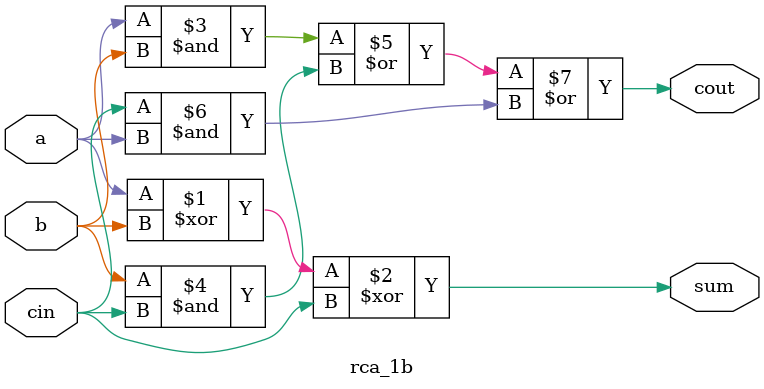
<source format=v>
module rca_4b(
                   a,
                   b,
                   cin,
                   cout,
                   sum
                   );
  input [3:0]a, b;
  input cin;
  output [3:0]sum;
  output cout;
  wire [2:0]c;
  
  rca_1b 	r1(a[0], b[0], cin , c[0], sum[0]);
  rca_1b	r2(a[1], b[1], c[0], c[1], sum[1]);
  rca_1b	r3(a[2], b[2], c[1], c[2], sum[2]);
  rca_1b	r4(a[3], b[3], c[2], cout, sum[3]);
  
  
endmodule


module rca_1b(
                   a,
                   b,
                   cin,
                   cout,
                   sum
                   );

input a, b;
input cin;
output sum;
output cout;

assign sum = a ^ b ^ cin;
assign cout = a&b | b&cin | cin&a;
endmodule

</source>
